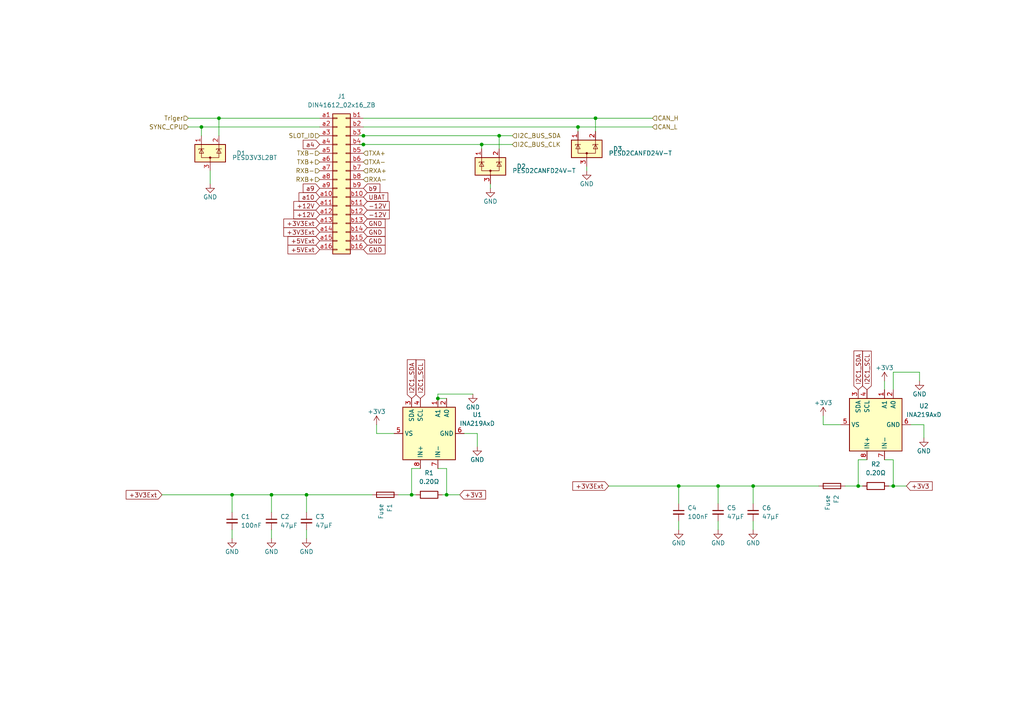
<source format=kicad_sch>
(kicad_sch (version 20250114) (generator "eeschema") (generator_version "9.0")
  (paper "A4")
  (lib_symbols
    (symbol "Connector:DIN41612_02x16_ZB" (pin_names (offset 1.016) (hide yes))
      (property "Reference" "J4" (at 1.27 24.13 0))
      (property "Value" "DIN41612_02x16_ZB" (at 1.27 21.59 0))
      (symbol "DIN41612_02x16_ZB_1_1"
        (rectangle (start -1.27 19.05) (end 3.81 -21.59) (stroke (width 0.254)) (fill (type background)))
        (rectangle (start -1.27 17.907) (end 0 17.653) (stroke (width 0.1524)))
        (rectangle (start -1.27 15.367) (end 0 15.113) (stroke (width 0.1524)))
        (rectangle (start -1.27 12.827) (end 0 12.573) (stroke (width 0.1524)))
        (rectangle (start -1.27 10.287) (end 0 10.033) (stroke (width 0.1524)))
        (rectangle (start -1.27 7.747) (end 0 7.493) (stroke (width 0.1524)))
        (rectangle (start -1.27 5.207) (end 0 4.953) (stroke (width 0.1524)))
        (rectangle (start -1.27 2.667) (end 0 2.413) (stroke (width 0.1524)))
        (rectangle (start -1.27 0.127) (end 0 -0.127) (stroke (width 0.1524)))
        (rectangle (start -1.27 -2.413) (end 0 -2.667) (stroke (width 0.1524)))
        (rectangle (start -1.27 -4.953) (end 0 -5.207) (stroke (width 0.1524)))
        (rectangle (start -1.27 -7.493) (end 0 -7.747) (stroke (width 0.1524)))
        (rectangle (start -1.27 -10.033) (end 0 -10.287) (stroke (width 0.1524)))
        (rectangle (start -1.27 -12.573) (end 0 -12.827) (stroke (width 0.1524)))
        (rectangle (start -1.27 -15.113) (end 0 -15.367) (stroke (width 0.1524)))
        (rectangle (start -1.27 -17.653) (end 0 -17.907) (stroke (width 0.1524)))
        (rectangle (start -1.27 -20.193) (end 0 -20.447) (stroke (width 0.1524)))
        (rectangle (start 3.81 17.907) (end 2.54 17.653) (stroke (width 0.1524)))
        (rectangle (start 3.81 15.367) (end 2.54 15.113) (stroke (width 0.1524)))
        (rectangle (start 3.81 12.827) (end 2.54 12.573) (stroke (width 0.1524)))
        (rectangle (start 3.81 10.287) (end 2.54 10.033) (stroke (width 0.1524)))
        (rectangle (start 3.81 7.747) (end 2.54 7.493) (stroke (width 0.1524)))
        (rectangle (start 3.81 5.207) (end 2.54 4.953) (stroke (width 0.1524)))
        (rectangle (start 3.81 2.667) (end 2.54 2.413) (stroke (width 0.1524)))
        (rectangle (start 3.81 0.127) (end 2.54 -0.127) (stroke (width 0.1524)))
        (rectangle (start 3.81 -2.413) (end 2.54 -2.667) (stroke (width 0.1524)))
        (rectangle (start 3.81 -4.953) (end 2.54 -5.207) (stroke (width 0.1524)))
        (rectangle (start 3.81 -7.493) (end 2.54 -7.747) (stroke (width 0.1524)))
        (rectangle (start 3.81 -10.033) (end 2.54 -10.287) (stroke (width 0.1524)))
        (rectangle (start 3.81 -12.573) (end 2.54 -12.827) (stroke (width 0.1524)))
        (rectangle (start 3.81 -15.113) (end 2.54 -15.367) (stroke (width 0.1524)))
        (rectangle (start 3.81 -17.653) (end 2.54 -17.907) (stroke (width 0.1524)))
        (rectangle (start 3.81 -20.193) (end 2.54 -20.447) (stroke (width 0.1524)))
        (pin passive line (at -5.08 17.78 0) (length 3.81) (name "Pin_z1") (number "a1"))
        (pin passive line (at -5.08 15.24 0) (length 3.81) (name "Pin_z2") (number "a2"))
        (pin passive line (at -5.08 12.7 0) (length 3.81) (name "Pin_z3") (number "a3"))
        (pin passive line (at -5.08 10.16 0) (length 3.81) (name "Pin_z4") (number "a4"))
        (pin passive line (at -5.08 7.62 0) (length 3.81) (name "Pin_z5") (number "a5"))
        (pin passive line (at -5.08 5.08 0) (length 3.81) (name "Pin_z6") (number "a6"))
        (pin passive line (at -5.08 2.54 0) (length 3.81) (name "Pin_z7") (number "a7"))
        (pin passive line (at -5.08 0 0) (length 3.81) (name "Pin_z8") (number "a8"))
        (pin passive line (at -5.08 -2.54 0) (length 3.81) (name "Pin_z9") (number "a9"))
        (pin passive line (at -5.08 -5.08 0) (length 3.81) (name "Pin_z10") (number "a10"))
        (pin passive line (at -5.08 -7.62 0) (length 3.81) (name "Pin_z11") (number "a11"))
        (pin passive line (at -5.08 -10.16 0) (length 3.81) (name "Pin_z12") (number "a12"))
        (pin passive line (at -5.08 -12.7 0) (length 3.81) (name "Pin_z13") (number "a13"))
        (pin passive line (at -5.08 -15.24 0) (length 3.81) (name "Pin_z14") (number "a14"))
        (pin passive line (at -5.08 -17.78 0) (length 3.81) (name "Pin_z15") (number "a15"))
        (pin passive line (at -5.08 -20.32 0) (length 3.81) (name "Pin_z16") (number "a16"))
        (pin passive line (at 7.62 17.78 180) (length 3.81) (name "Pin_b1") (number "b1"))
        (pin passive line (at 7.62 15.24 180) (length 3.81) (name "Pin_b2") (number "b2"))
        (pin passive line (at 7.62 12.7 180) (length 3.81) (name "Pin_b3") (number "b3"))
        (pin passive line (at 7.62 10.16 180) (length 3.81) (name "Pin_b4") (number "b4"))
        (pin passive line (at 7.62 7.62 180) (length 3.81) (name "Pin_b5") (number "b5"))
        (pin passive line (at 7.62 5.08 180) (length 3.81) (name "Pin_b6") (number "b6"))
        (pin passive line (at 7.62 2.54 180) (length 3.81) (name "Pin_b7") (number "b7"))
        (pin passive line (at 7.62 0 180) (length 3.81) (name "Pin_b8") (number "b8"))
        (pin passive line (at 7.62 -2.54 180) (length 3.81) (name "Pin_b9") (number "b9"))
        (pin passive line (at 7.62 -5.08 180) (length 3.81) (name "Pin_b10") (number "b10"))
        (pin passive line (at 7.62 -7.62 180) (length 3.81) (name "Pin_b11") (number "b11"))
        (pin passive line (at 7.62 -10.16 180) (length 3.81) (name "Pin_b12") (number "b12"))
        (pin passive line (at 7.62 -12.7 180) (length 3.81) (name "Pin_b13") (number "b13"))
        (pin passive line (at 7.62 -15.24 180) (length 3.81) (name "Pin_b14") (number "b14"))
        (pin passive line (at 7.62 -17.78 180) (length 3.81) (name "Pin_b15") (number "b15"))
        (pin passive line (at 7.62 -20.32 180) (length 3.81) (name "Pin_b16") (number "b16"))
      )
    )
    (symbol "Device:C_Small" (pin_numbers (hide yes)) (pin_names (offset 0.254) (hide yes))
      (property "Reference" "C" (at 0.254 1.778 0))
      (property "Value" "C_Small" (at 0.254 -2.032 0))
      (symbol "C_Small_0_1"
        (polyline (pts (xy -1.524 0.508) (xy 1.524 0.508)) (stroke (width 0.3048)))
        (polyline (pts (xy -1.524 -0.508) (xy 1.524 -0.508)) (stroke (width 0.3302)))
      )
      (symbol "C_Small_1_1"
        (pin passive line (at 0 2.54 270) (length 2.032) (name "~") (number "1"))
        (pin passive line (at 0 -2.54 90) (length 2.032) (name "~") (number "2"))
      )
    )
    (symbol "Device:Fuse" (pin_numbers (hide yes)) (pin_names (offset 0))
      (property "Reference" "F" (at 2.032 0 90))
      (property "Value" "Fuse" (at -1.905 0 90))
      (symbol "Fuse_0_1"
        (rectangle (start -0.762 -2.54) (end 0.762 2.54) (stroke (width 0.254)))
        (polyline (pts (xy 0 2.54) (xy 0 -2.54)))
      )
      (symbol "Fuse_1_1"
        (pin passive line (at 0 3.81 270) (length 1.27) (name "~") (number "1"))
        (pin passive line (at 0 -3.81 90) (length 1.27) (name "~") (number "2"))
      )
    )
    (symbol "Device:R" (pin_numbers (hide yes)) (pin_names (offset 0))
      (property "Reference" "R" (at 2.032 0 90))
      (property "Value" "R" (at 0 0 90))
      (symbol "R_0_1"
        (rectangle (start -1.016 -2.54) (end 1.016 2.54) (stroke (width 0.254)))
      )
      (symbol "R_1_1"
        (pin passive line (at 0 3.81 270) (length 1.27) (name "~") (number "1"))
        (pin passive line (at 0 -3.81 90) (length 1.27) (name "~") (number "2"))
      )
    )
    (symbol "Power_Protection:SP0502BAHT" (pin_names (hide yes))
      (property "Reference" "D" (at 5.715 2.54 0))
      (property "Value" "SP0502BAHT" (at 5.715 0.635 0))
      (symbol "SP0502BAHT_0_0"
        (pin passive line (at 0 -5.08 90) (length 2.54) (name "A") (number "3"))
      )
      (symbol "SP0502BAHT_0_1"
        (rectangle (start -4.445 2.54) (end 4.445 -2.54) (stroke (width 0.254)) (fill (type background)))
        (polyline (pts (xy -3.302 1.016) (xy -3.302 1.27) (xy -1.905 1.27) (xy -1.778 1.27)))
        (polyline (pts (xy -2.54 2.54) (xy -2.54 1.27)))
        (polyline (pts (xy -2.54 1.27) (xy -2.54 -1.27) (xy 2.54 -1.27) (xy 2.54 1.27)))
        (polyline (pts (xy -2.54 1.27) (xy -1.905 0) (xy -3.175 0) (xy -2.54 1.27)))
        (polyline (pts (xy 0 -1.27) (xy 0 -2.54)))
        (circle (center 0 -1.27) (radius 0.254) (fill (type outline)))
        (polyline (pts (xy 1.778 1.016) (xy 1.778 1.27) (xy 3.175 1.27) (xy 3.302 1.27)))
        (polyline (pts (xy 2.54 2.54) (xy 2.54 1.27)))
        (polyline (pts (xy 2.54 1.27) (xy 1.905 0) (xy 3.175 0) (xy 2.54 1.27)))
      )
      (symbol "SP0502BAHT_1_1"
        (pin passive line (at -2.54 5.08 270) (length 2.54) (name "K") (number "1"))
        (pin passive line (at 2.54 5.08 270) (length 2.54) (name "K") (number "2"))
      )
    )
    (symbol "STM32F4_REV2-rescue:+3.3V-power" (power) (pin_names (offset 0))
      (property "Value" "+3.3V-power" (at 0 3.556 0))
      (symbol "+3.3V-power_0_1"
        (polyline (pts (xy -0.762 1.27) (xy 0 2.54)))
        (polyline (pts (xy 0 2.54) (xy 0.762 1.27)))
        (polyline (pts (xy 0 0) (xy 0 2.54)))
      )
      (symbol "+3.3V-power_1_1"
        (pin power_in line (at 0 0 90) (length 0) (hide yes) (name "+3V3") (number "1"))
      )
    )
    (symbol "Sensor_Energy:INA219AxD"
      (property "Reference" "U" (at -6.35 8.89 0))
      (property "Value" "INA219AxD" (at 5.08 8.89 0))
      (symbol "INA219AxD_0_1"
        (rectangle (start -7.62 7.62) (end 7.62 -7.62) (stroke (width 0.254)) (fill (type background)))
      )
      (symbol "INA219AxD_1_1"
        (pin input line (at -10.16 2.54 0) (length 2.54) (name "IN+") (number "8"))
        (pin input line (at -10.16 -2.54 0) (length 2.54) (name "IN-") (number "7"))
        (pin power_in line (at 0 10.16 270) (length 2.54) (name "VS") (number "5"))
        (pin power_in line (at 0 -10.16 90) (length 2.54) (name "GND") (number "6"))
        (pin bidirectional line (at 10.16 5.08 180) (length 2.54) (name "SDA") (number "3"))
        (pin input line (at 10.16 2.54 180) (length 2.54) (name "SCL") (number "4"))
        (pin input line (at 10.16 -2.54 180) (length 2.54) (name "A1") (number "1"))
        (pin input line (at 10.16 -5.08 180) (length 2.54) (name "A0") (number "2"))
      )
    )
    (symbol "power:GND" (power) (pin_names (offset 0))
      (property "Value" "GND" (at 0 -3.81 0))
      (symbol "GND_0_1"
        (polyline (pts (xy 0 0) (xy 0 -1.27) (xy 1.27 -1.27) (xy 0 -2.54) (xy -1.27 -1.27) (xy 0 -1.27)))
      )
      (symbol "GND_1_1"
        (pin power_in line (at 0 0 270) (length 0) (hide yes) (name "GND") (number "1"))
      )
    )
  )
  (junction (at 208.28 140.97))
  (junction (at 105.41 39.37))
  (junction (at 78.74 143.51))
  (junction (at 127 115.57))
  (junction (at 129.54 143.51))
  (junction (at 196.85 140.97))
  (junction (at 67.31 143.51))
  (junction (at 172.72 34.29))
  (junction (at 88.9 143.51))
  (junction (at 167.64 36.83))
  (junction (at 218.44 140.97))
  (junction (at 105.41 41.91))
  (junction (at 144.78 39.37))
  (junction (at 139.7 41.91))
  (junction (at 63.5 34.29))
  (junction (at 259.08 140.97))
  (junction (at 58.42 36.83))
  (junction (at 248.92 140.97))
  (junction (at 119.38 143.51))
  (wire (pts (xy 172.72 34.29) (xy 105.41 34.29)))
  (wire (pts (xy 266.7 107.95) (xy 266.7 110.49)))
  (wire (pts (xy 88.9 143.51) (xy 107.95 143.51)))
  (wire (pts (xy 109.22 125.73) (xy 114.3 125.73)))
  (wire (pts (xy 139.7 41.91) (xy 139.7 43.18)))
  (wire (pts (xy 208.28 140.97) (xy 218.44 140.97)))
  (wire (pts (xy 144.78 39.37) (xy 144.78 43.18)))
  (wire (pts (xy 256.54 110.49) (xy 256.54 113.03)))
  (wire (pts (xy 259.08 107.95) (xy 259.08 113.03)))
  (wire (pts (xy 78.74 143.51) (xy 88.9 143.51)))
  (wire (pts (xy 127 114.3) (xy 127 115.57)))
  (wire (pts (xy 208.28 151.13) (xy 208.28 153.67)))
  (wire (pts (xy 67.31 143.51) (xy 78.74 143.51)))
  (wire (pts (xy 67.31 143.51) (xy 67.31 148.59)))
  (wire (pts (xy 109.22 123.19) (xy 109.22 125.73)))
  (wire (pts (xy 119.38 135.89) (xy 119.38 143.51)))
  (wire (pts (xy 54.61 34.29) (xy 63.5 34.29)))
  (wire (pts (xy 238.76 123.19) (xy 243.84 123.19)))
  (wire (pts (xy 63.5 34.29) (xy 63.5 39.37)))
  (wire (pts (xy 172.72 34.29) (xy 172.72 38.1)))
  (wire (pts (xy 88.9 143.51) (xy 88.9 148.59)))
  (wire (pts (xy 259.08 107.95) (xy 266.7 107.95)))
  (wire (pts (xy 134.62 125.73) (xy 138.43 125.73)))
  (wire (pts (xy 58.42 36.83) (xy 92.71 36.83)))
  (wire (pts (xy 60.96 49.53) (xy 60.96 53.34)))
  (wire (pts (xy 127 135.89) (xy 129.54 135.89)))
  (wire (pts (xy 67.31 153.67) (xy 67.31 156.21)))
  (wire (pts (xy 78.74 143.51) (xy 78.74 148.59)))
  (wire (pts (xy 259.08 133.35) (xy 259.08 140.97)))
  (wire (pts (xy 54.61 36.83) (xy 58.42 36.83)))
  (wire (pts (xy 58.42 36.83) (xy 58.42 39.37)))
  (wire (pts (xy 119.38 143.51) (xy 120.65 143.51)))
  (wire (pts (xy 256.54 133.35) (xy 259.08 133.35)))
  (wire (pts (xy 245.11 140.97) (xy 248.92 140.97)))
  (wire (pts (xy 218.44 140.97) (xy 237.49 140.97)))
  (wire (pts (xy 251.46 133.35) (xy 248.92 133.35)))
  (wire (pts (xy 148.59 41.91) (xy 139.7 41.91)))
  (wire (pts (xy 218.44 151.13) (xy 218.44 153.67)))
  (wire (pts (xy 170.18 48.26) (xy 170.18 49.53)))
  (wire (pts (xy 78.74 153.67) (xy 78.74 156.21)))
  (wire (pts (xy 196.85 140.97) (xy 208.28 140.97)))
  (wire (pts (xy 264.16 123.19) (xy 267.97 123.19)))
  (wire (pts (xy 88.9 153.67) (xy 88.9 156.21)))
  (wire (pts (xy 176.53 140.97) (xy 196.85 140.97)))
  (wire (pts (xy 137.16 114.3) (xy 127 114.3)))
  (wire (pts (xy 189.23 34.29) (xy 172.72 34.29)))
  (wire (pts (xy 208.28 140.97) (xy 208.28 146.05)))
  (wire (pts (xy 189.23 36.83) (xy 167.64 36.83)))
  (wire (pts (xy 121.92 135.89) (xy 119.38 135.89)))
  (wire (pts (xy 129.54 143.51) (xy 133.35 143.51)))
  (wire (pts (xy 267.97 123.19) (xy 267.97 127)))
  (wire (pts (xy 259.08 140.97) (xy 262.89 140.97)))
  (wire (pts (xy 46.99 143.51) (xy 67.31 143.51)))
  (wire (pts (xy 196.85 140.97) (xy 196.85 146.05)))
  (wire (pts (xy 196.85 151.13) (xy 196.85 153.67)))
  (wire (pts (xy 142.24 53.34) (xy 142.24 54.61)))
  (wire (pts (xy 248.92 133.35) (xy 248.92 140.97)))
  (wire (pts (xy 148.59 39.37) (xy 144.78 39.37)))
  (wire (pts (xy 63.5 34.29) (xy 92.71 34.29)))
  (wire (pts (xy 138.43 125.73) (xy 138.43 129.54)))
  (wire (pts (xy 104.14 41.91) (xy 105.41 41.91)))
  (wire (pts (xy 139.7 41.91) (xy 105.41 41.91)))
  (wire (pts (xy 115.57 143.51) (xy 119.38 143.51)))
  (wire (pts (xy 104.14 39.37) (xy 105.41 39.37)))
  (wire (pts (xy 127 115.57) (xy 129.54 115.57)))
  (wire (pts (xy 238.76 120.65) (xy 238.76 123.19)))
  (wire (pts (xy 128.27 143.51) (xy 129.54 143.51)))
  (wire (pts (xy 218.44 140.97) (xy 218.44 146.05)))
  (wire (pts (xy 248.92 140.97) (xy 250.19 140.97)))
  (wire (pts (xy 167.64 36.83) (xy 167.64 38.1)))
  (wire (pts (xy 129.54 135.89) (xy 129.54 143.51)))
  (wire (pts (xy 257.81 140.97) (xy 259.08 140.97)))
  (wire (pts (xy 144.78 39.37) (xy 105.41 39.37)))
  (wire (pts (xy 167.64 36.83) (xy 105.41 36.83)))
  (global_label "a9" (shape input) (at 92.71 54.61 180) (property "Intersheetrefs" "${INTERSHEET_REFS}" (effects (hide yes))))
  (global_label "+12V" (shape input) (at 92.71 59.69 180) (property "Intersheetrefs" "${INTERSHEET_REFS}" (effects (hide yes))))
  (global_label "UBAT" (shape input) (at 105.41 57.15 0) (property "Intersheetrefs" "${INTERSHEET_REFS}" (effects (hide yes))))
  (global_label "+3V3Ext" (shape input) (at 176.53 140.97 180) (property "Intersheetrefs" "${INTERSHEET_REFS}" (effects (hide yes))))
  (global_label "+5VExt" (shape input) (at 92.71 69.85 180) (property "Intersheetrefs" "${INTERSHEET_REFS}" (effects (hide yes))))
  (global_label "GND" (shape input) (at 105.41 64.77 0) (property "Intersheetrefs" "${INTERSHEET_REFS}" (effects (hide yes))))
  (global_label "I2C1_SDA" (shape input) (at 119.38 115.57 90) (property "Intersheetrefs" "${INTERSHEET_REFS}" (effects (hide yes))))
  (global_label "b9" (shape input) (at 105.41 54.61 0) (property "Intersheetrefs" "${INTERSHEET_REFS}" (effects (hide yes))))
  (global_label "I2C1_SCL" (shape input) (at 251.46 113.03 90) (property "Intersheetrefs" "${INTERSHEET_REFS}" (effects (hide yes))))
  (global_label "+5VExt" (shape input) (at 92.71 72.39 180) (property "Intersheetrefs" "${INTERSHEET_REFS}" (effects (hide yes))))
  (global_label "-12V" (shape input) (at 105.41 62.23 0) (property "Intersheetrefs" "${INTERSHEET_REFS}" (effects (hide yes))))
  (global_label "+12V" (shape input) (at 92.71 62.23 180) (property "Intersheetrefs" "${INTERSHEET_REFS}" (effects (hide yes))))
  (global_label "a4" (shape input) (at 92.71 41.91 180) (property "Intersheetrefs" "${INTERSHEET_REFS}" (effects (hide yes))))
  (global_label "a10" (shape input) (at 92.71 57.15 180) (property "Intersheetrefs" "${INTERSHEET_REFS}" (effects (hide yes))))
  (global_label "+3V3Ext" (shape input) (at 46.99 143.51 180) (property "Intersheetrefs" "${INTERSHEET_REFS}" (effects (hide yes))))
  (global_label "+3V3" (shape input) (at 133.35 143.51 0) (property "Intersheetrefs" "${INTERSHEET_REFS}" (effects (hide yes))))
  (global_label "GND" (shape input) (at 105.41 72.39 0) (property "Intersheetrefs" "${INTERSHEET_REFS}" (effects (hide yes))))
  (global_label "-12V" (shape input) (at 105.41 59.69 0) (property "Intersheetrefs" "${INTERSHEET_REFS}" (effects (hide yes))))
  (global_label "+3V3" (shape input) (at 262.89 140.97 0) (property "Intersheetrefs" "${INTERSHEET_REFS}" (effects (hide yes))))
  (global_label "+3V3Ext" (shape input) (at 92.71 67.31 180) (property "Intersheetrefs" "${INTERSHEET_REFS}" (effects (hide yes))))
  (global_label "GND" (shape input) (at 105.41 67.31 0) (property "Intersheetrefs" "${INTERSHEET_REFS}" (effects (hide yes))))
  (global_label "+3V3Ext" (shape input) (at 92.71 64.77 180) (property "Intersheetrefs" "${INTERSHEET_REFS}" (effects (hide yes))))
  (global_label "I2C1_SDA" (shape input) (at 248.92 113.03 90) (property "Intersheetrefs" "${INTERSHEET_REFS}" (effects (hide yes))))
  (global_label "I2C1_SCL" (shape input) (at 121.92 115.57 90) (property "Intersheetrefs" "${INTERSHEET_REFS}" (effects (hide yes))))
  (global_label "GND" (shape input) (at 105.41 69.85 0) (property "Intersheetrefs" "${INTERSHEET_REFS}" (effects (hide yes))))
  (hierarchical_label "RXA-" (shape input) (at 105.41 52.07 0))
  (hierarchical_label "CAN_H" (shape input) (at 189.23 34.29 0))
  (hierarchical_label "I2C_BUS_SDA" (shape input) (at 148.59 39.37 0))
  (hierarchical_label "I2C_BUS_CLK" (shape input) (at 148.59 41.91 0))
  (hierarchical_label "SLOT_ID" (shape input) (at 92.71 39.37 180))
  (hierarchical_label "RXB-" (shape input) (at 92.71 49.53 180))
  (hierarchical_label "SYNC_CPU" (shape input) (at 54.61 36.83 180))
  (hierarchical_label "RXA+" (shape input) (at 105.41 49.53 0))
  (hierarchical_label "TXA+" (shape input) (at 105.41 44.45 0))
  (hierarchical_label "TXB+" (shape input) (at 92.71 46.99 180))
  (hierarchical_label "RXB+" (shape input) (at 92.71 52.07 180))
  (hierarchical_label "TXA-" (shape input) (at 105.41 46.99 0))
  (hierarchical_label "Triger" (shape input) (at 54.61 34.29 180))
  (hierarchical_label "CAN_L" (shape input) (at 189.23 36.83 0))
  (hierarchical_label "TXB-" (shape input) (at 92.71 44.45 180))
  (symbol (lib_id "power:GND") (at 208.28 153.67 0) (unit 1)
    (property "Reference" "#PWR076" (effects (hide yes)))
    (property "Value" "GND" (at 208.28 157.48 0))
  )
  (symbol (lib_id "power:GND") (at 137.16 114.3 0) (unit 1)
    (property "Reference" "#PWR01" (effects (hide yes)))
    (property "Value" "GND" (at 137.16 118.11 0))
  )
  (symbol (lib_id "Connector:DIN41612_02x16_ZB") (at 97.79 52.07 0) (unit 1)
    (property "Reference" "J1" (at 99.06 27.94 0))
    (property "Value" "DIN41612_02x16_ZB" (at 99.06 30.48 0))
    (property "Footprint" "Connector_DIN:DIN41612_B2_2x16_Male_Horizontal_THT" (effects (hide yes)))
  )
  (symbol (lib_id "Device:C_Small") (at 218.44 148.59 0) (unit 1)
    (property "Reference" "C6" (at 220.98 147.32 0) (effects (justify left)))
    (property "Value" "47µF" (at 220.98 149.86 0) (effects (justify left)))
    (property "Footprint" "Capacitor_SMD:C_1210_3225Metric" (effects (hide yes)))
    (property "LCSC Part #" "C1525" (effects (hide yes)))
  )
  (symbol (lib_id "Device:R") (at 254 140.97 90) (unit 1)
    (property "Reference" "R2" (at 254 134.62 90))
    (property "Value" "0.20Ω" (at 254 137.16 90))
    (property "Footprint" "Resistor_SMD:R_1206_3216Metric" (effects (hide yes)))
    (property "Description" "Resistor" (effects (hide yes)))
  )
  (symbol (lib_id "Sensor_Energy:INA219AxD") (at 254 123.19 90) (unit 1)
    (property "Reference" "U2" (at 267.97 117.7446 90))
    (property "Value" "INA219AxD" (at 267.97 120.2846 90))
    (property "Footprint" "Package_SO:SOIC-8_3.9x4.9mm_P1.27mm" (effects (hide yes)))
    (property "Datasheet" "http://www.ti.com/lit/ds/symlink/ina219.pdf" (effects (hide yes)))
    (property "Description" "Zero-Drift, Bidirectional Current/Power Monitor (0-26V) With I2C Interface, SOIC-8" (effects (hide yes)))
  )
  (symbol (lib_id "Device:C_Small") (at 78.74 151.13 0) (unit 1)
    (property "Reference" "C2" (at 81.28 149.86 0) (effects (justify left)))
    (property "Value" "47µF" (at 81.28 152.4 0) (effects (justify left)))
    (property "Footprint" "Capacitor_SMD:C_1210_3225Metric" (effects (hide yes)))
    (property "LCSC Part #" "C1525" (effects (hide yes)))
  )
  (symbol (lib_id "Device:C_Small") (at 88.9 151.13 0) (unit 1)
    (property "Reference" "C3" (at 91.44 149.86 0) (effects (justify left)))
    (property "Value" "47µF" (at 91.44 152.4 0) (effects (justify left)))
    (property "Footprint" "Capacitor_SMD:C_1210_3225Metric" (effects (hide yes)))
    (property "LCSC Part #" "C1525" (effects (hide yes)))
  )
  (symbol (lib_id "power:GND") (at 218.44 153.67 0) (unit 1)
    (property "Reference" "#PWR077" (effects (hide yes)))
    (property "Value" "GND" (at 218.44 157.48 0))
  )
  (symbol (lib_id "Power_Protection:SP0502BAHT") (at 60.96 44.45 0) (unit 1)
    (property "Reference" "D1" (at 68.58 44.4499 0) (effects (justify left)))
    (property "Value" "PESD3V3L2BT" (at 67.31 45.7199 0) (effects (justify left)))
    (property "Footprint" "Package_TO_SOT_SMD:SOT-23" (effects (hide yes)))
    (property "Datasheet" "http://www.littelfuse.com/~/media/files/littelfuse/technical%20resources/documents/data%20sheets/sp05xxba.pdf" (effects (hide yes)))
  )
  (symbol (lib_id "power:GND") (at 78.74 156.21 0) (unit 1)
    (property "Reference" "#PWR076" (effects (hide yes)))
    (property "Value" "GND" (at 78.74 160.02 0))
  )
  (symbol (lib_id "power:GND") (at 138.43 129.54 0) (unit 1)
    (property "Reference" "#PWR0120" (effects (hide yes)))
    (property "Value" "GND" (at 138.43 133.35 0))
  )
  (symbol (lib_id "power:GND") (at 67.31 156.21 0) (unit 1)
    (property "Reference" "#PWR075" (effects (hide yes)))
    (property "Value" "GND" (at 67.31 160.02 0))
  )
  (symbol (lib_id "Device:Fuse") (at 241.3 140.97 270) (unit 1)
    (property "Reference" "F2" (at 242.5701 143.51 0) (effects (justify left)))
    (property "Value" "Fuse" (at 240.0301 143.51 0) (effects (justify left)))
    (property "Footprint" "Fuse:Fuse_1206_3216Metric" (effects (hide yes)))
    (property "Description" "Fuse" (effects (hide yes)))
  )
  (symbol (lib_id "Device:C_Small") (at 208.28 148.59 0) (unit 1)
    (property "Reference" "C5" (at 210.82 147.32 0) (effects (justify left)))
    (property "Value" "47µF" (at 210.82 149.86 0) (effects (justify left)))
    (property "Footprint" "Capacitor_SMD:C_1210_3225Metric" (effects (hide yes)))
    (property "LCSC Part #" "C1525" (effects (hide yes)))
  )
  (symbol (lib_id "power:GND") (at 170.18 49.53 0) (unit 1)
    (property "Reference" "#PWR08" (effects (hide yes)))
    (property "Value" "GND" (at 170.18 53.34 0))
  )
  (symbol (lib_id "Power_Protection:SP0502BAHT") (at 142.24 48.26 0) (unit 1)
    (property "Reference" "D2" (at 149.86 48.2599 0) (effects (justify left)))
    (property "Value" "PESD2CANFD24V-T" (at 148.59 49.5299 0) (effects (justify left)))
    (property "Footprint" "Package_TO_SOT_SMD:SOT-23" (effects (hide yes)))
    (property "Datasheet" "http://www.littelfuse.com/~/media/files/littelfuse/technical%20resources/documents/data%20sheets/sp05xxba.pdf" (effects (hide yes)))
  )
  (symbol (lib_id "Device:R") (at 124.46 143.51 90) (unit 1)
    (property "Reference" "R1" (at 124.46 137.16 90))
    (property "Value" "0.20Ω" (at 124.46 139.7 90))
    (property "Footprint" "Resistor_SMD:R_1206_3216Metric" (effects (hide yes)))
    (property "Description" "Resistor" (effects (hide yes)))
  )
  (symbol (lib_id "power:GND") (at 196.85 153.67 0) (unit 1)
    (property "Reference" "#PWR075" (effects (hide yes)))
    (property "Value" "GND" (at 196.85 157.48 0))
  )
  (symbol (lib_id "Power_Protection:SP0502BAHT") (at 170.18 43.18 0) (unit 1)
    (property "Reference" "D3" (at 177.8 43.1799 0) (effects (justify left)))
    (property "Value" "PESD2CANFD24V-T" (at 176.53 44.4499 0) (effects (justify left)))
    (property "Footprint" "Package_TO_SOT_SMD:SOT-23" (effects (hide yes)))
    (property "Datasheet" "http://www.littelfuse.com/~/media/files/littelfuse/technical%20resources/documents/data%20sheets/sp05xxba.pdf" (effects (hide yes)))
  )
  (symbol (lib_id "STM32F4_REV2-rescue:+3.3V-power") (at 238.76 120.65 0) (unit 1)
    (property "Reference" "#PWR0119" (effects (hide yes)))
    (property "Value" "+3V3" (at 238.76 116.84 0))
  )
  (symbol (lib_id "STM32F4_REV2-rescue:+3.3V-power") (at 256.54 110.49 0) (unit 1)
    (property "Reference" "#PWR0119" (effects (hide yes)))
    (property "Value" "+3V3" (at 256.54 106.68 0))
  )
  (symbol (lib_id "Device:C_Small") (at 67.31 151.13 0) (unit 1)
    (property "Reference" "C1" (at 69.85 149.86 0) (effects (justify left)))
    (property "Value" "100nF" (at 69.85 152.4 0) (effects (justify left)))
    (property "Footprint" "Capacitor_SMD:C_0805_2012Metric_Pad1.18x1.45mm_HandSolder" (effects (hide yes)))
    (property "LCSC Part #" "C1525" (effects (hide yes)))
  )
  (symbol (lib_id "power:GND") (at 88.9 156.21 0) (unit 1)
    (property "Reference" "#PWR077" (effects (hide yes)))
    (property "Value" "GND" (at 88.9 160.02 0))
  )
  (symbol (lib_id "Sensor_Energy:INA219AxD") (at 124.46 125.73 90) (unit 1)
    (property "Reference" "U1" (at 138.43 120.2846 90))
    (property "Value" "INA219AxD" (at 138.43 122.8246 90))
    (property "Footprint" "Package_SO:SOIC-8_3.9x4.9mm_P1.27mm" (effects (hide yes)))
    (property "Datasheet" "http://www.ti.com/lit/ds/symlink/ina219.pdf" (effects (hide yes)))
    (property "Description" "Zero-Drift, Bidirectional Current/Power Monitor (0-26V) With I2C Interface, SOIC-8" (effects (hide yes)))
  )
  (symbol (lib_id "Device:C_Small") (at 196.85 148.59 0) (unit 1)
    (property "Reference" "C4" (at 199.39 147.32 0) (effects (justify left)))
    (property "Value" "100nF" (at 199.39 149.86 0) (effects (justify left)))
    (property "Footprint" "Capacitor_SMD:C_0805_2012Metric_Pad1.18x1.45mm_HandSolder" (effects (hide yes)))
    (property "LCSC Part #" "C1525" (effects (hide yes)))
  )
  (symbol (lib_id "STM32F4_REV2-rescue:+3.3V-power") (at 109.22 123.19 0) (unit 1)
    (property "Reference" "#PWR0119" (effects (hide yes)))
    (property "Value" "+3V3" (at 109.22 119.38 0))
  )
  (symbol (lib_id "power:GND") (at 60.96 53.34 0) (unit 1)
    (property "Reference" "#PWR01" (effects (hide yes)))
    (property "Value" "GND" (at 60.96 57.15 0))
  )
  (symbol (lib_id "power:GND") (at 267.97 127 0) (unit 1)
    (property "Reference" "#PWR0120" (effects (hide yes)))
    (property "Value" "GND" (at 267.97 130.81 0))
  )
  (symbol (lib_id "power:GND") (at 266.7 110.49 0) (unit 1)
    (property "Reference" "#PWR0120" (effects (hide yes)))
    (property "Value" "GND" (at 266.7 114.3 0))
  )
  (symbol (lib_id "Device:Fuse") (at 111.76 143.51 270) (unit 1)
    (property "Reference" "F1" (at 113.0301 146.05 0) (effects (justify left)))
    (property "Value" "Fuse" (at 110.4901 146.05 0) (effects (justify left)))
    (property "Footprint" "Fuse:Fuse_1206_3216Metric" (effects (hide yes)))
    (property "Description" "Fuse" (effects (hide yes)))
  )
  (symbol (lib_id "power:GND") (at 142.24 54.61 0) (unit 1)
    (property "Reference" "#PWR06" (effects (hide yes)))
    (property "Value" "GND" (at 142.24 58.42 0))
  )
)
</source>
